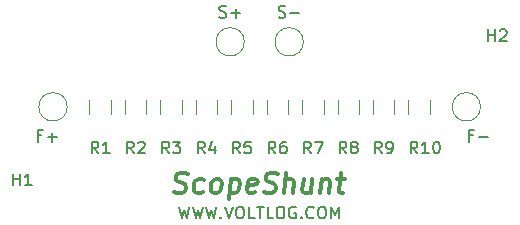
<source format=gbr>
G04 #@! TF.GenerationSoftware,KiCad,Pcbnew,(5.1.5)-3*
G04 #@! TF.CreationDate,2020-05-31T13:11:01+03:00*
G04 #@! TF.ProjectId,voltlog scope shunt,766f6c74-6c6f-4672-9073-636f70652073,rev?*
G04 #@! TF.SameCoordinates,Original*
G04 #@! TF.FileFunction,Legend,Top*
G04 #@! TF.FilePolarity,Positive*
%FSLAX46Y46*%
G04 Gerber Fmt 4.6, Leading zero omitted, Abs format (unit mm)*
G04 Created by KiCad (PCBNEW (5.1.5)-3) date 2020-05-31 13:11:01*
%MOMM*%
%LPD*%
G04 APERTURE LIST*
%ADD10C,0.200000*%
%ADD11C,0.300000*%
%ADD12C,0.120000*%
%ADD13C,0.150000*%
G04 APERTURE END LIST*
D10*
X127690476Y-96952380D02*
X127928571Y-97952380D01*
X128119047Y-97238095D01*
X128309523Y-97952380D01*
X128547619Y-96952380D01*
X128833333Y-96952380D02*
X129071428Y-97952380D01*
X129261904Y-97238095D01*
X129452380Y-97952380D01*
X129690476Y-96952380D01*
X129976190Y-96952380D02*
X130214285Y-97952380D01*
X130404761Y-97238095D01*
X130595238Y-97952380D01*
X130833333Y-96952380D01*
X131214285Y-97857142D02*
X131261904Y-97904761D01*
X131214285Y-97952380D01*
X131166666Y-97904761D01*
X131214285Y-97857142D01*
X131214285Y-97952380D01*
X131547619Y-96952380D02*
X131880952Y-97952380D01*
X132214285Y-96952380D01*
X132738095Y-96952380D02*
X132928571Y-96952380D01*
X133023809Y-97000000D01*
X133119047Y-97095238D01*
X133166666Y-97285714D01*
X133166666Y-97619047D01*
X133119047Y-97809523D01*
X133023809Y-97904761D01*
X132928571Y-97952380D01*
X132738095Y-97952380D01*
X132642857Y-97904761D01*
X132547619Y-97809523D01*
X132500000Y-97619047D01*
X132500000Y-97285714D01*
X132547619Y-97095238D01*
X132642857Y-97000000D01*
X132738095Y-96952380D01*
X134071428Y-97952380D02*
X133595238Y-97952380D01*
X133595238Y-96952380D01*
X134261904Y-96952380D02*
X134833333Y-96952380D01*
X134547619Y-97952380D02*
X134547619Y-96952380D01*
X135642857Y-97952380D02*
X135166666Y-97952380D01*
X135166666Y-96952380D01*
X136166666Y-96952380D02*
X136357142Y-96952380D01*
X136452380Y-97000000D01*
X136547619Y-97095238D01*
X136595238Y-97285714D01*
X136595238Y-97619047D01*
X136547619Y-97809523D01*
X136452380Y-97904761D01*
X136357142Y-97952380D01*
X136166666Y-97952380D01*
X136071428Y-97904761D01*
X135976190Y-97809523D01*
X135928571Y-97619047D01*
X135928571Y-97285714D01*
X135976190Y-97095238D01*
X136071428Y-97000000D01*
X136166666Y-96952380D01*
X137547619Y-97000000D02*
X137452380Y-96952380D01*
X137309523Y-96952380D01*
X137166666Y-97000000D01*
X137071428Y-97095238D01*
X137023809Y-97190476D01*
X136976190Y-97380952D01*
X136976190Y-97523809D01*
X137023809Y-97714285D01*
X137071428Y-97809523D01*
X137166666Y-97904761D01*
X137309523Y-97952380D01*
X137404761Y-97952380D01*
X137547619Y-97904761D01*
X137595238Y-97857142D01*
X137595238Y-97523809D01*
X137404761Y-97523809D01*
X138023809Y-97857142D02*
X138071428Y-97904761D01*
X138023809Y-97952380D01*
X137976190Y-97904761D01*
X138023809Y-97857142D01*
X138023809Y-97952380D01*
X139071428Y-97857142D02*
X139023809Y-97904761D01*
X138880952Y-97952380D01*
X138785714Y-97952380D01*
X138642857Y-97904761D01*
X138547619Y-97809523D01*
X138500000Y-97714285D01*
X138452380Y-97523809D01*
X138452380Y-97380952D01*
X138500000Y-97190476D01*
X138547619Y-97095238D01*
X138642857Y-97000000D01*
X138785714Y-96952380D01*
X138880952Y-96952380D01*
X139023809Y-97000000D01*
X139071428Y-97047619D01*
X139690476Y-96952380D02*
X139880952Y-96952380D01*
X139976190Y-97000000D01*
X140071428Y-97095238D01*
X140119047Y-97285714D01*
X140119047Y-97619047D01*
X140071428Y-97809523D01*
X139976190Y-97904761D01*
X139880952Y-97952380D01*
X139690476Y-97952380D01*
X139595238Y-97904761D01*
X139500000Y-97809523D01*
X139452380Y-97619047D01*
X139452380Y-97285714D01*
X139500000Y-97095238D01*
X139595238Y-97000000D01*
X139690476Y-96952380D01*
X140547619Y-97952380D02*
X140547619Y-96952380D01*
X140880952Y-97666666D01*
X141214285Y-96952380D01*
X141214285Y-97952380D01*
D11*
X127253154Y-95688095D02*
X127485892Y-95769047D01*
X127890654Y-95769047D01*
X128062678Y-95688095D01*
X128153750Y-95607142D01*
X128254940Y-95445238D01*
X128275178Y-95283333D01*
X128214464Y-95121428D01*
X128143630Y-95040476D01*
X127991845Y-94959523D01*
X127678154Y-94878571D01*
X127526369Y-94797619D01*
X127455535Y-94716666D01*
X127394821Y-94554761D01*
X127415059Y-94392857D01*
X127516250Y-94230952D01*
X127607321Y-94150000D01*
X127779345Y-94069047D01*
X128184107Y-94069047D01*
X128416845Y-94150000D01*
X129681726Y-95688095D02*
X129509702Y-95769047D01*
X129185892Y-95769047D01*
X129034107Y-95688095D01*
X128963273Y-95607142D01*
X128902559Y-95445238D01*
X128963273Y-94959523D01*
X129064464Y-94797619D01*
X129155535Y-94716666D01*
X129327559Y-94635714D01*
X129651369Y-94635714D01*
X129803154Y-94716666D01*
X130643035Y-95769047D02*
X130491250Y-95688095D01*
X130420416Y-95607142D01*
X130359702Y-95445238D01*
X130420416Y-94959523D01*
X130521607Y-94797619D01*
X130612678Y-94716666D01*
X130784702Y-94635714D01*
X131027559Y-94635714D01*
X131179345Y-94716666D01*
X131250178Y-94797619D01*
X131310892Y-94959523D01*
X131250178Y-95445238D01*
X131148988Y-95607142D01*
X131057916Y-95688095D01*
X130885892Y-95769047D01*
X130643035Y-95769047D01*
X132079940Y-94635714D02*
X131867440Y-96335714D01*
X132069821Y-94716666D02*
X132241845Y-94635714D01*
X132565654Y-94635714D01*
X132717440Y-94716666D01*
X132788273Y-94797619D01*
X132848988Y-94959523D01*
X132788273Y-95445238D01*
X132687083Y-95607142D01*
X132596011Y-95688095D01*
X132423988Y-95769047D01*
X132100178Y-95769047D01*
X131948392Y-95688095D01*
X134134107Y-95688095D02*
X133962083Y-95769047D01*
X133638273Y-95769047D01*
X133486488Y-95688095D01*
X133425773Y-95526190D01*
X133506726Y-94878571D01*
X133607916Y-94716666D01*
X133779940Y-94635714D01*
X134103750Y-94635714D01*
X134255535Y-94716666D01*
X134316250Y-94878571D01*
X134296011Y-95040476D01*
X133466250Y-95202380D01*
X134862678Y-95688095D02*
X135095416Y-95769047D01*
X135500178Y-95769047D01*
X135672202Y-95688095D01*
X135763273Y-95607142D01*
X135864464Y-95445238D01*
X135884702Y-95283333D01*
X135823988Y-95121428D01*
X135753154Y-95040476D01*
X135601369Y-94959523D01*
X135287678Y-94878571D01*
X135135892Y-94797619D01*
X135065059Y-94716666D01*
X135004345Y-94554761D01*
X135024583Y-94392857D01*
X135125773Y-94230952D01*
X135216845Y-94150000D01*
X135388869Y-94069047D01*
X135793630Y-94069047D01*
X136026369Y-94150000D01*
X136552559Y-95769047D02*
X136765059Y-94069047D01*
X137281130Y-95769047D02*
X137392440Y-94878571D01*
X137331726Y-94716666D01*
X137179940Y-94635714D01*
X136937083Y-94635714D01*
X136765059Y-94716666D01*
X136673988Y-94797619D01*
X138960892Y-94635714D02*
X138819226Y-95769047D01*
X138232321Y-94635714D02*
X138121011Y-95526190D01*
X138181726Y-95688095D01*
X138333511Y-95769047D01*
X138576369Y-95769047D01*
X138748392Y-95688095D01*
X138839464Y-95607142D01*
X139770416Y-94635714D02*
X139628750Y-95769047D01*
X139750178Y-94797619D02*
X139841250Y-94716666D01*
X140013273Y-94635714D01*
X140256130Y-94635714D01*
X140407916Y-94716666D01*
X140468630Y-94878571D01*
X140357321Y-95769047D01*
X141065654Y-94635714D02*
X141713273Y-94635714D01*
X141379345Y-94069047D02*
X141197202Y-95526190D01*
X141257916Y-95688095D01*
X141409702Y-95769047D01*
X141571607Y-95769047D01*
D12*
X138200000Y-83000000D02*
G75*
G03X138200000Y-83000000I-1200000J0D01*
G01*
X133200000Y-83000000D02*
G75*
G03X133200000Y-83000000I-1200000J0D01*
G01*
X153200000Y-88500000D02*
G75*
G03X153200000Y-88500000I-1200000J0D01*
G01*
X118200000Y-88500000D02*
G75*
G03X118200000Y-88500000I-1200000J0D01*
G01*
X148910000Y-89102064D02*
X148910000Y-87897936D01*
X147090000Y-89102064D02*
X147090000Y-87897936D01*
X145910000Y-89102064D02*
X145910000Y-87897936D01*
X144090000Y-89102064D02*
X144090000Y-87897936D01*
X142910000Y-89102064D02*
X142910000Y-87897936D01*
X141090000Y-89102064D02*
X141090000Y-87897936D01*
X139910000Y-89102064D02*
X139910000Y-87897936D01*
X138090000Y-89102064D02*
X138090000Y-87897936D01*
X136910000Y-89102064D02*
X136910000Y-87897936D01*
X135090000Y-89102064D02*
X135090000Y-87897936D01*
X133910000Y-89102064D02*
X133910000Y-87897936D01*
X132090000Y-89102064D02*
X132090000Y-87897936D01*
X130910000Y-89102064D02*
X130910000Y-87897936D01*
X129090000Y-89102064D02*
X129090000Y-87897936D01*
X127910000Y-89102064D02*
X127910000Y-87897936D01*
X126090000Y-89102064D02*
X126090000Y-87897936D01*
X124910000Y-89102064D02*
X124910000Y-87897936D01*
X123090000Y-89102064D02*
X123090000Y-87897936D01*
X121910000Y-89102064D02*
X121910000Y-87897936D01*
X120090000Y-89102064D02*
X120090000Y-87897936D01*
D13*
X153838095Y-82952380D02*
X153838095Y-81952380D01*
X153838095Y-82428571D02*
X154409523Y-82428571D01*
X154409523Y-82952380D02*
X154409523Y-81952380D01*
X154838095Y-82047619D02*
X154885714Y-82000000D01*
X154980952Y-81952380D01*
X155219047Y-81952380D01*
X155314285Y-82000000D01*
X155361904Y-82047619D01*
X155409523Y-82142857D01*
X155409523Y-82238095D01*
X155361904Y-82380952D01*
X154790476Y-82952380D01*
X155409523Y-82952380D01*
X113638095Y-95152380D02*
X113638095Y-94152380D01*
X113638095Y-94628571D02*
X114209523Y-94628571D01*
X114209523Y-95152380D02*
X114209523Y-94152380D01*
X115209523Y-95152380D02*
X114638095Y-95152380D01*
X114923809Y-95152380D02*
X114923809Y-94152380D01*
X114828571Y-94295238D01*
X114733333Y-94390476D01*
X114638095Y-94438095D01*
X136095238Y-80904761D02*
X136238095Y-80952380D01*
X136476190Y-80952380D01*
X136571428Y-80904761D01*
X136619047Y-80857142D01*
X136666666Y-80761904D01*
X136666666Y-80666666D01*
X136619047Y-80571428D01*
X136571428Y-80523809D01*
X136476190Y-80476190D01*
X136285714Y-80428571D01*
X136190476Y-80380952D01*
X136142857Y-80333333D01*
X136095238Y-80238095D01*
X136095238Y-80142857D01*
X136142857Y-80047619D01*
X136190476Y-80000000D01*
X136285714Y-79952380D01*
X136523809Y-79952380D01*
X136666666Y-80000000D01*
X137095238Y-80571428D02*
X137857142Y-80571428D01*
X131095238Y-80904761D02*
X131238095Y-80952380D01*
X131476190Y-80952380D01*
X131571428Y-80904761D01*
X131619047Y-80857142D01*
X131666666Y-80761904D01*
X131666666Y-80666666D01*
X131619047Y-80571428D01*
X131571428Y-80523809D01*
X131476190Y-80476190D01*
X131285714Y-80428571D01*
X131190476Y-80380952D01*
X131142857Y-80333333D01*
X131095238Y-80238095D01*
X131095238Y-80142857D01*
X131142857Y-80047619D01*
X131190476Y-80000000D01*
X131285714Y-79952380D01*
X131523809Y-79952380D01*
X131666666Y-80000000D01*
X132095238Y-80571428D02*
X132857142Y-80571428D01*
X132476190Y-80952380D02*
X132476190Y-80190476D01*
X152523809Y-90928571D02*
X152190476Y-90928571D01*
X152190476Y-91452380D02*
X152190476Y-90452380D01*
X152666666Y-90452380D01*
X153047619Y-91071428D02*
X153809523Y-91071428D01*
X116023809Y-90928571D02*
X115690476Y-90928571D01*
X115690476Y-91452380D02*
X115690476Y-90452380D01*
X116166666Y-90452380D01*
X116547619Y-91071428D02*
X117309523Y-91071428D01*
X116928571Y-91452380D02*
X116928571Y-90690476D01*
X147857142Y-92452380D02*
X147523809Y-91976190D01*
X147285714Y-92452380D02*
X147285714Y-91452380D01*
X147666666Y-91452380D01*
X147761904Y-91500000D01*
X147809523Y-91547619D01*
X147857142Y-91642857D01*
X147857142Y-91785714D01*
X147809523Y-91880952D01*
X147761904Y-91928571D01*
X147666666Y-91976190D01*
X147285714Y-91976190D01*
X148809523Y-92452380D02*
X148238095Y-92452380D01*
X148523809Y-92452380D02*
X148523809Y-91452380D01*
X148428571Y-91595238D01*
X148333333Y-91690476D01*
X148238095Y-91738095D01*
X149428571Y-91452380D02*
X149523809Y-91452380D01*
X149619047Y-91500000D01*
X149666666Y-91547619D01*
X149714285Y-91642857D01*
X149761904Y-91833333D01*
X149761904Y-92071428D01*
X149714285Y-92261904D01*
X149666666Y-92357142D01*
X149619047Y-92404761D01*
X149523809Y-92452380D01*
X149428571Y-92452380D01*
X149333333Y-92404761D01*
X149285714Y-92357142D01*
X149238095Y-92261904D01*
X149190476Y-92071428D01*
X149190476Y-91833333D01*
X149238095Y-91642857D01*
X149285714Y-91547619D01*
X149333333Y-91500000D01*
X149428571Y-91452380D01*
X144833333Y-92452380D02*
X144500000Y-91976190D01*
X144261904Y-92452380D02*
X144261904Y-91452380D01*
X144642857Y-91452380D01*
X144738095Y-91500000D01*
X144785714Y-91547619D01*
X144833333Y-91642857D01*
X144833333Y-91785714D01*
X144785714Y-91880952D01*
X144738095Y-91928571D01*
X144642857Y-91976190D01*
X144261904Y-91976190D01*
X145309523Y-92452380D02*
X145500000Y-92452380D01*
X145595238Y-92404761D01*
X145642857Y-92357142D01*
X145738095Y-92214285D01*
X145785714Y-92023809D01*
X145785714Y-91642857D01*
X145738095Y-91547619D01*
X145690476Y-91500000D01*
X145595238Y-91452380D01*
X145404761Y-91452380D01*
X145309523Y-91500000D01*
X145261904Y-91547619D01*
X145214285Y-91642857D01*
X145214285Y-91880952D01*
X145261904Y-91976190D01*
X145309523Y-92023809D01*
X145404761Y-92071428D01*
X145595238Y-92071428D01*
X145690476Y-92023809D01*
X145738095Y-91976190D01*
X145785714Y-91880952D01*
X141833333Y-92452380D02*
X141500000Y-91976190D01*
X141261904Y-92452380D02*
X141261904Y-91452380D01*
X141642857Y-91452380D01*
X141738095Y-91500000D01*
X141785714Y-91547619D01*
X141833333Y-91642857D01*
X141833333Y-91785714D01*
X141785714Y-91880952D01*
X141738095Y-91928571D01*
X141642857Y-91976190D01*
X141261904Y-91976190D01*
X142404761Y-91880952D02*
X142309523Y-91833333D01*
X142261904Y-91785714D01*
X142214285Y-91690476D01*
X142214285Y-91642857D01*
X142261904Y-91547619D01*
X142309523Y-91500000D01*
X142404761Y-91452380D01*
X142595238Y-91452380D01*
X142690476Y-91500000D01*
X142738095Y-91547619D01*
X142785714Y-91642857D01*
X142785714Y-91690476D01*
X142738095Y-91785714D01*
X142690476Y-91833333D01*
X142595238Y-91880952D01*
X142404761Y-91880952D01*
X142309523Y-91928571D01*
X142261904Y-91976190D01*
X142214285Y-92071428D01*
X142214285Y-92261904D01*
X142261904Y-92357142D01*
X142309523Y-92404761D01*
X142404761Y-92452380D01*
X142595238Y-92452380D01*
X142690476Y-92404761D01*
X142738095Y-92357142D01*
X142785714Y-92261904D01*
X142785714Y-92071428D01*
X142738095Y-91976190D01*
X142690476Y-91928571D01*
X142595238Y-91880952D01*
X138833333Y-92452380D02*
X138500000Y-91976190D01*
X138261904Y-92452380D02*
X138261904Y-91452380D01*
X138642857Y-91452380D01*
X138738095Y-91500000D01*
X138785714Y-91547619D01*
X138833333Y-91642857D01*
X138833333Y-91785714D01*
X138785714Y-91880952D01*
X138738095Y-91928571D01*
X138642857Y-91976190D01*
X138261904Y-91976190D01*
X139166666Y-91452380D02*
X139833333Y-91452380D01*
X139404761Y-92452380D01*
X135833333Y-92452380D02*
X135500000Y-91976190D01*
X135261904Y-92452380D02*
X135261904Y-91452380D01*
X135642857Y-91452380D01*
X135738095Y-91500000D01*
X135785714Y-91547619D01*
X135833333Y-91642857D01*
X135833333Y-91785714D01*
X135785714Y-91880952D01*
X135738095Y-91928571D01*
X135642857Y-91976190D01*
X135261904Y-91976190D01*
X136690476Y-91452380D02*
X136500000Y-91452380D01*
X136404761Y-91500000D01*
X136357142Y-91547619D01*
X136261904Y-91690476D01*
X136214285Y-91880952D01*
X136214285Y-92261904D01*
X136261904Y-92357142D01*
X136309523Y-92404761D01*
X136404761Y-92452380D01*
X136595238Y-92452380D01*
X136690476Y-92404761D01*
X136738095Y-92357142D01*
X136785714Y-92261904D01*
X136785714Y-92023809D01*
X136738095Y-91928571D01*
X136690476Y-91880952D01*
X136595238Y-91833333D01*
X136404761Y-91833333D01*
X136309523Y-91880952D01*
X136261904Y-91928571D01*
X136214285Y-92023809D01*
X132833333Y-92452380D02*
X132500000Y-91976190D01*
X132261904Y-92452380D02*
X132261904Y-91452380D01*
X132642857Y-91452380D01*
X132738095Y-91500000D01*
X132785714Y-91547619D01*
X132833333Y-91642857D01*
X132833333Y-91785714D01*
X132785714Y-91880952D01*
X132738095Y-91928571D01*
X132642857Y-91976190D01*
X132261904Y-91976190D01*
X133738095Y-91452380D02*
X133261904Y-91452380D01*
X133214285Y-91928571D01*
X133261904Y-91880952D01*
X133357142Y-91833333D01*
X133595238Y-91833333D01*
X133690476Y-91880952D01*
X133738095Y-91928571D01*
X133785714Y-92023809D01*
X133785714Y-92261904D01*
X133738095Y-92357142D01*
X133690476Y-92404761D01*
X133595238Y-92452380D01*
X133357142Y-92452380D01*
X133261904Y-92404761D01*
X133214285Y-92357142D01*
X129833333Y-92452380D02*
X129500000Y-91976190D01*
X129261904Y-92452380D02*
X129261904Y-91452380D01*
X129642857Y-91452380D01*
X129738095Y-91500000D01*
X129785714Y-91547619D01*
X129833333Y-91642857D01*
X129833333Y-91785714D01*
X129785714Y-91880952D01*
X129738095Y-91928571D01*
X129642857Y-91976190D01*
X129261904Y-91976190D01*
X130690476Y-91785714D02*
X130690476Y-92452380D01*
X130452380Y-91404761D02*
X130214285Y-92119047D01*
X130833333Y-92119047D01*
X126833333Y-92452380D02*
X126500000Y-91976190D01*
X126261904Y-92452380D02*
X126261904Y-91452380D01*
X126642857Y-91452380D01*
X126738095Y-91500000D01*
X126785714Y-91547619D01*
X126833333Y-91642857D01*
X126833333Y-91785714D01*
X126785714Y-91880952D01*
X126738095Y-91928571D01*
X126642857Y-91976190D01*
X126261904Y-91976190D01*
X127166666Y-91452380D02*
X127785714Y-91452380D01*
X127452380Y-91833333D01*
X127595238Y-91833333D01*
X127690476Y-91880952D01*
X127738095Y-91928571D01*
X127785714Y-92023809D01*
X127785714Y-92261904D01*
X127738095Y-92357142D01*
X127690476Y-92404761D01*
X127595238Y-92452380D01*
X127309523Y-92452380D01*
X127214285Y-92404761D01*
X127166666Y-92357142D01*
X123833333Y-92452380D02*
X123500000Y-91976190D01*
X123261904Y-92452380D02*
X123261904Y-91452380D01*
X123642857Y-91452380D01*
X123738095Y-91500000D01*
X123785714Y-91547619D01*
X123833333Y-91642857D01*
X123833333Y-91785714D01*
X123785714Y-91880952D01*
X123738095Y-91928571D01*
X123642857Y-91976190D01*
X123261904Y-91976190D01*
X124214285Y-91547619D02*
X124261904Y-91500000D01*
X124357142Y-91452380D01*
X124595238Y-91452380D01*
X124690476Y-91500000D01*
X124738095Y-91547619D01*
X124785714Y-91642857D01*
X124785714Y-91738095D01*
X124738095Y-91880952D01*
X124166666Y-92452380D01*
X124785714Y-92452380D01*
X120833333Y-92452380D02*
X120500000Y-91976190D01*
X120261904Y-92452380D02*
X120261904Y-91452380D01*
X120642857Y-91452380D01*
X120738095Y-91500000D01*
X120785714Y-91547619D01*
X120833333Y-91642857D01*
X120833333Y-91785714D01*
X120785714Y-91880952D01*
X120738095Y-91928571D01*
X120642857Y-91976190D01*
X120261904Y-91976190D01*
X121785714Y-92452380D02*
X121214285Y-92452380D01*
X121500000Y-92452380D02*
X121500000Y-91452380D01*
X121404761Y-91595238D01*
X121309523Y-91690476D01*
X121214285Y-91738095D01*
M02*

</source>
